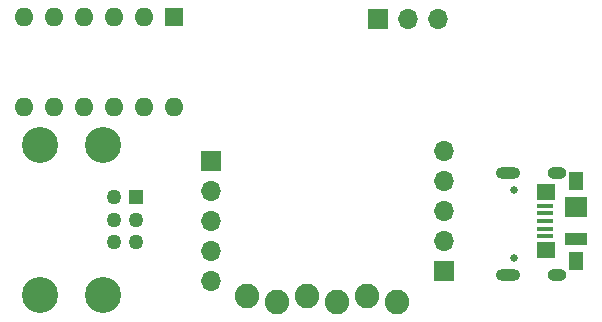
<source format=gbs>
%TF.GenerationSoftware,KiCad,Pcbnew,(5.1.9)-1*%
%TF.CreationDate,2021-07-30T14:52:09-07:00*%
%TF.ProjectId,NullWiiConv2.2,4e756c6c-5769-4694-936f-6e76322e322e,rev?*%
%TF.SameCoordinates,Original*%
%TF.FileFunction,Soldermask,Bot*%
%TF.FilePolarity,Negative*%
%FSLAX46Y46*%
G04 Gerber Fmt 4.6, Leading zero omitted, Abs format (unit mm)*
G04 Created by KiCad (PCBNEW (5.1.9)-1) date 2021-07-30 14:52:09*
%MOMM*%
%LPD*%
G01*
G04 APERTURE LIST*
%ADD10O,1.600000X1.000000*%
%ADD11O,2.100000X1.000000*%
%ADD12C,0.650000*%
%ADD13C,3.048000*%
%ADD14C,1.270000*%
%ADD15R,1.270000X1.270000*%
%ADD16O,1.700000X1.700000*%
%ADD17R,1.700000X1.700000*%
%ADD18C,2.082800*%
%ADD19O,1.600000X1.600000*%
%ADD20R,1.600000X1.600000*%
%ADD21R,1.380000X0.450000*%
%ADD22R,1.550000X1.425000*%
%ADD23R,1.300000X1.650000*%
%ADD24R,1.900000X1.800000*%
%ADD25R,1.900000X1.000000*%
G04 APERTURE END LIST*
D10*
%TO.C,J1*%
X117796000Y-84199000D03*
X117796000Y-92839000D03*
D11*
X113616000Y-84199000D03*
X113616000Y-92839000D03*
D12*
X114146000Y-91409000D03*
X114146000Y-85629000D03*
%TD*%
D13*
%TO.C,P1*%
X79375000Y-94488000D03*
X74041000Y-81788000D03*
X74041000Y-94488000D03*
X79375000Y-81788000D03*
D14*
X80264000Y-90043000D03*
X82169000Y-90043000D03*
X80264000Y-88138000D03*
X82169000Y-88138000D03*
X80264000Y-86233000D03*
D15*
X82169000Y-86233000D03*
%TD*%
D16*
%TO.C,J4*%
X108204000Y-82296000D03*
X108204000Y-84836000D03*
X108204000Y-87376000D03*
X108204000Y-89916000D03*
D17*
X108204000Y-92456000D03*
%TD*%
D18*
%TO.C,J5*%
X104267000Y-95123000D03*
X101727000Y-94615000D03*
X99187000Y-95123000D03*
X96647000Y-94615000D03*
X94107000Y-95123000D03*
X91567000Y-94615000D03*
%TD*%
D19*
%TO.C,SW1*%
X85344000Y-78613000D03*
X72644000Y-70993000D03*
X82804000Y-78613000D03*
X75184000Y-70993000D03*
X80264000Y-78613000D03*
X77724000Y-70993000D03*
X77724000Y-78613000D03*
X80264000Y-70993000D03*
X75184000Y-78613000D03*
X82804000Y-70993000D03*
X72644000Y-78613000D03*
D20*
X85344000Y-70993000D03*
%TD*%
D16*
%TO.C,SW3*%
X107696000Y-71120000D03*
X105156000Y-71120000D03*
D17*
X102616000Y-71120000D03*
%TD*%
D21*
%TO.C,J3*%
X116777000Y-86965000D03*
X116777000Y-87615000D03*
X116777000Y-88265000D03*
X116777000Y-88915000D03*
X116777000Y-89565000D03*
D22*
X116862000Y-85777500D03*
X116862000Y-90752500D03*
D23*
X119437000Y-84890000D03*
X119437000Y-91640000D03*
D24*
X119437000Y-87115000D03*
D25*
X119437000Y-89815000D03*
%TD*%
D16*
%TO.C,J2*%
X88519000Y-93345000D03*
X88519000Y-90805000D03*
X88519000Y-88265000D03*
X88519000Y-85725000D03*
D17*
X88519000Y-83185000D03*
%TD*%
M02*

</source>
